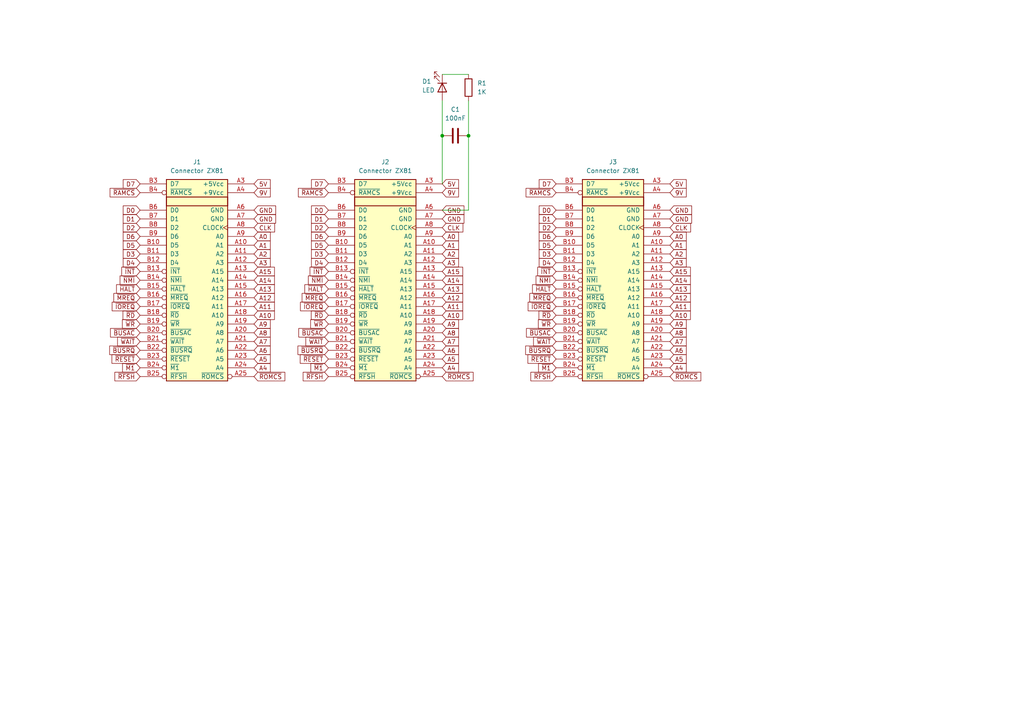
<source format=kicad_sch>
(kicad_sch (version 20231120) (generator "eeschema") (generator_version "8.0")
  (paper "A4")
  (lib_symbols
    (symbol "Device:C" (pin_numbers hide) (pin_names (offset 0.254))
      (property "Reference" "C" (at 0.635 2.54 0))
      (property "Value" "C" (at 0.635 -2.54 0))
      (symbol "C_0_1"
        (polyline (pts (xy -2.032 -0.762) (xy 2.032 -0.762)) (stroke (width 0.508)))
        (polyline (pts (xy -2.032 0.762) (xy 2.032 0.762)) (stroke (width 0.508)))
      )
      (symbol "C_1_1"
        (pin passive line (at 0 3.81 270) (length 2.794) (name "~") (number "1"))
        (pin passive line (at 0 -3.81 90) (length 2.794) (name "~") (number "2"))
      )
    )
    (symbol "Device:LED" (pin_numbers hide) (pin_names (offset 1.016) hide)
      (property "Reference" "D" (at 0 2.54 0))
      (property "Value" "LED" (at 0 -2.54 0))
      (symbol "LED_0_1"
        (polyline (pts (xy -1.27 -1.27) (xy -1.27 1.27)) (stroke (width 0.254)))
        (polyline (pts (xy -1.27 0) (xy 1.27 0)))
        (polyline (pts (xy 1.27 -1.27) (xy 1.27 1.27) (xy -1.27 0) (xy 1.27 -1.27)) (stroke (width 0.254)))
        (polyline (pts (xy -3.048 -0.762) (xy -4.572 -2.286) (xy -3.81 -2.286) (xy -4.572 -2.286) (xy -4.572 -1.524)))
        (polyline (pts (xy -1.778 -0.762) (xy -3.302 -2.286) (xy -2.54 -2.286) (xy -3.302 -2.286) (xy -3.302 -1.524)))
      )
      (symbol "LED_1_1"
        (pin passive line (at -3.81 0 0) (length 2.54) (name "K") (number "1"))
        (pin passive line (at 3.81 0 180) (length 2.54) (name "A") (number "2"))
      )
    )
    (symbol "Device:R" (pin_numbers hide) (pin_names (offset 0))
      (property "Reference" "R" (at 2.032 0 90))
      (property "Value" "R" (at 0 0 90))
      (symbol "R_0_1"
        (rectangle (start -1.016 -2.54) (end 1.016 2.54) (stroke (width 0.254)))
      )
      (symbol "R_1_1"
        (pin passive line (at 0 3.81 270) (length 1.27) (name "~") (number "1"))
        (pin passive line (at 0 -3.81 90) (length 1.27) (name "~") (number "2"))
      )
    )
    (symbol "ZXINFO_SYMBOL:Connector ZX81" (pin_names (offset 1.016))
      (property "Reference" "J" (at 1.27 36.83 0))
      (property "Value" "Connector ZX81" (at 1.27 -29.972 0))
      (symbol "Connector ZX81_1_1"
        (rectangle (start -8.89 25.4) (end 8.89 22.86) (stroke (width 0.254)))
        (rectangle (start -8.89 30.48) (end 8.89 -27.94) (stroke (width 0.254)) (fill (type background)))
        (pin bidirectional line (at 16.51 11.43 180) (length 7.62) (name "A1") (number "A10"))
        (pin bidirectional line (at 16.51 8.89 180) (length 7.62) (name "A2") (number "A11"))
        (pin bidirectional line (at 16.51 6.35 180) (length 7.62) (name "A3") (number "A12"))
        (pin bidirectional line (at 16.51 3.81 180) (length 7.62) (name "A15") (number "A13"))
        (pin bidirectional line (at 16.51 1.27 180) (length 7.62) (name "A14") (number "A14"))
        (pin bidirectional line (at 16.51 -1.27 180) (length 7.62) (name "A13") (number "A15"))
        (pin bidirectional line (at 16.51 -3.81 180) (length 7.62) (name "A12") (number "A16"))
        (pin bidirectional line (at 16.51 -6.35 180) (length 7.62) (name "A11") (number "A17"))
        (pin bidirectional line (at 16.51 -8.89 180) (length 7.62) (name "A10") (number "A18"))
        (pin bidirectional line (at 16.51 -11.43 180) (length 7.62) (name "A9") (number "A19"))
        (pin bidirectional line (at 16.51 -13.97 180) (length 7.62) (name "A8") (number "A20"))
        (pin bidirectional line (at 16.51 -16.51 180) (length 7.62) (name "A7") (number "A21"))
        (pin bidirectional line (at 16.51 -19.05 180) (length 7.62) (name "A6") (number "A22"))
        (pin bidirectional line (at 16.51 -21.59 180) (length 7.62) (name "A5") (number "A23"))
        (pin bidirectional line (at 16.51 -24.13 180) (length 7.62) (name "A4") (number "A24"))
        (pin bidirectional inverted (at 16.51 -26.67 180) (length 7.62) (name "~{ROMCS}") (number "A25"))
        (pin bidirectional line (at 16.51 29.21 180) (length 7.62) (name "+5Vcc") (number "A3"))
        (pin bidirectional line (at 16.51 26.67 180) (length 7.62) (name "+9Vcc") (number "A4"))
        (pin bidirectional line (at 16.51 21.59 180) (length 7.62) (name "GND") (number "A6"))
        (pin bidirectional line (at 16.51 19.05 180) (length 7.62) (name "GND") (number "A7"))
        (pin bidirectional clock (at 16.51 16.51 180) (length 7.62) (name "CLOCK") (number "A8"))
        (pin bidirectional line (at 16.51 13.97 180) (length 7.62) (name "A0") (number "A9"))
        (pin bidirectional line (at -16.51 11.43 0) (length 7.62) (name "D5") (number "B10"))
        (pin bidirectional line (at -16.51 8.89 0) (length 7.62) (name "D3") (number "B11"))
        (pin bidirectional line (at -16.51 6.35 0) (length 7.62) (name "D4") (number "B12"))
        (pin bidirectional inverted (at -16.51 3.81 0) (length 7.62) (name "~{INT}") (number "B13"))
        (pin bidirectional inverted (at -16.51 1.27 0) (length 7.62) (name "~{NMI}") (number "B14"))
        (pin bidirectional inverted (at -16.51 -1.27 0) (length 7.62) (name "~{HALT}") (number "B15"))
        (pin bidirectional inverted (at -16.51 -3.81 0) (length 7.62) (name "~{MREQ}") (number "B16"))
        (pin bidirectional inverted (at -16.51 -6.35 0) (length 7.62) (name "~{IOREQ}") (number "B17"))
        (pin bidirectional inverted (at -16.51 -8.89 0) (length 7.62) (name "~{RD}") (number "B18"))
        (pin bidirectional inverted (at -16.51 -11.43 0) (length 7.62) (name "~{WR}") (number "B19"))
        (pin bidirectional inverted (at -16.51 -13.97 0) (length 7.62) (name "~{BUSAC}") (number "B20"))
        (pin bidirectional inverted (at -16.51 -16.51 0) (length 7.62) (name "~{WAIT}") (number "B21"))
        (pin bidirectional inverted (at -16.51 -19.05 0) (length 7.62) (name "~{BUSRQ}") (number "B22"))
        (pin bidirectional inverted (at -16.51 -21.59 0) (length 7.62) (name "~{RESET}") (number "B23"))
        (pin bidirectional inverted (at -16.51 -24.13 0) (length 7.62) (name "~{M1}") (number "B24"))
        (pin bidirectional inverted (at -16.51 -26.67 0) (length 7.62) (name "~{RFSH}") (number "B25"))
        (pin bidirectional line (at -16.51 29.21 0) (length 7.62) (name "D7") (number "B3"))
        (pin bidirectional inverted (at -16.51 26.67 0) (length 7.62) (name "~{RAMCS}") (number "B4"))
        (pin bidirectional line (at -16.51 21.59 0) (length 7.62) (name "D0") (number "B6"))
        (pin bidirectional line (at -16.51 19.05 0) (length 7.62) (name "D1") (number "B7"))
        (pin bidirectional line (at -16.51 16.51 0) (length 7.62) (name "D2") (number "B8"))
        (pin bidirectional line (at -16.51 13.97 0) (length 7.62) (name "D6") (number "B9"))
      )
    )
  )
  (junction (at 135.89 39.37))
  (junction (at 128.27 39.37))
  (wire (pts (xy 128.27 60.96) (xy 135.89 60.96)))
  (wire (pts (xy 135.89 39.37) (xy 135.89 60.96)))
  (wire (pts (xy 128.27 39.37) (xy 128.27 53.34)))
  (wire (pts (xy 135.89 29.21) (xy 135.89 39.37)))
  (wire (pts (xy 128.27 39.37) (xy 128.27 29.21)))
  (wire (pts (xy 128.27 21.59) (xy 135.89 21.59)))
  (global_label "~{RAMCS}" (shape input) (at 95.25 55.88 180) (property "Intersheetrefs" "${INTERSHEET_REFS}" (effects (hide yes))))
  (global_label "~{ROMCS}" (shape input) (at 194.31 109.22 0) (property "Intersheetrefs" "${INTERSHEET_REFS}" (effects (hide yes))))
  (global_label "A12" (shape input) (at 73.66 86.36 0) (property "Intersheetrefs" "${INTERSHEET_REFS}" (effects (hide yes))))
  (global_label "A9" (shape input) (at 194.31 93.98 0) (property "Intersheetrefs" "${INTERSHEET_REFS}" (effects (hide yes))))
  (global_label "A15" (shape input) (at 194.31 78.74 0) (property "Intersheetrefs" "${INTERSHEET_REFS}" (effects (hide yes))))
  (global_label "A0" (shape input) (at 128.27 68.58 0) (property "Intersheetrefs" "${INTERSHEET_REFS}" (effects (hide yes))))
  (global_label "A11" (shape input) (at 194.31 88.9 0) (property "Intersheetrefs" "${INTERSHEET_REFS}" (effects (hide yes))))
  (global_label "A12" (shape input) (at 194.31 86.36 0) (property "Intersheetrefs" "${INTERSHEET_REFS}" (effects (hide yes))))
  (global_label "D5" (shape input) (at 40.64 71.12 180) (property "Intersheetrefs" "${INTERSHEET_REFS}" (effects (hide yes))))
  (global_label "A2" (shape input) (at 194.31 73.66 0) (property "Intersheetrefs" "${INTERSHEET_REFS}" (effects (hide yes))))
  (global_label "D1" (shape input) (at 95.25 63.5 180) (property "Intersheetrefs" "${INTERSHEET_REFS}" (effects (hide yes))))
  (global_label "D1" (shape input) (at 40.64 63.5 180) (property "Intersheetrefs" "${INTERSHEET_REFS}" (effects (hide yes))))
  (global_label "~{ROMCS}" (shape input) (at 73.66 109.22 0) (property "Intersheetrefs" "${INTERSHEET_REFS}" (effects (hide yes))))
  (global_label "A10" (shape input) (at 73.66 91.44 0) (property "Intersheetrefs" "${INTERSHEET_REFS}" (effects (hide yes))))
  (global_label "~{M1}" (shape input) (at 95.25 106.68 180) (property "Intersheetrefs" "${INTERSHEET_REFS}" (effects (hide yes))))
  (global_label "A4" (shape input) (at 73.66 106.68 0) (property "Intersheetrefs" "${INTERSHEET_REFS}" (effects (hide yes))))
  (global_label "GND" (shape input) (at 73.66 63.5 0) (property "Intersheetrefs" "${INTERSHEET_REFS}" (effects (hide yes))))
  (global_label "~{RAMCS}" (shape input) (at 40.64 55.88 180) (property "Intersheetrefs" "${INTERSHEET_REFS}" (effects (hide yes))))
  (global_label "A10" (shape input) (at 194.31 91.44 0) (property "Intersheetrefs" "${INTERSHEET_REFS}" (effects (hide yes))))
  (global_label "D1" (shape input) (at 161.29 63.5 180) (property "Intersheetrefs" "${INTERSHEET_REFS}" (effects (hide yes))))
  (global_label "~{WR}" (shape input) (at 95.25 93.98 180) (property "Intersheetrefs" "${INTERSHEET_REFS}" (effects (hide yes))))
  (global_label "CLK" (shape input) (at 128.27 66.04 0) (property "Intersheetrefs" "${INTERSHEET_REFS}" (effects (hide yes))))
  (global_label "A5" (shape input) (at 73.66 104.14 0) (property "Intersheetrefs" "${INTERSHEET_REFS}" (effects (hide yes))))
  (global_label "~{INT}" (shape input) (at 161.29 78.74 180) (property "Intersheetrefs" "${INTERSHEET_REFS}" (effects (hide yes))))
  (global_label "D7" (shape input) (at 95.25 53.34 180) (property "Intersheetrefs" "${INTERSHEET_REFS}" (effects (hide yes))))
  (global_label "A8" (shape input) (at 194.31 96.52 0) (property "Intersheetrefs" "${INTERSHEET_REFS}" (effects (hide yes))))
  (global_label "~{BUSRQ}" (shape input) (at 40.64 101.6 180) (property "Intersheetrefs" "${INTERSHEET_REFS}" (effects (hide yes))))
  (global_label "5V" (shape input) (at 194.31 53.34 0) (property "Intersheetrefs" "${INTERSHEET_REFS}" (effects (hide yes))))
  (global_label "~{RFSH}" (shape input) (at 95.25 109.22 180) (property "Intersheetrefs" "${INTERSHEET_REFS}" (effects (hide yes))))
  (global_label "D0" (shape input) (at 95.25 60.96 180) (property "Intersheetrefs" "${INTERSHEET_REFS}" (effects (hide yes))))
  (global_label "A15" (shape input) (at 73.66 78.74 0) (property "Intersheetrefs" "${INTERSHEET_REFS}" (effects (hide yes))))
  (global_label "~{INT}" (shape input) (at 95.25 78.74 180) (property "Intersheetrefs" "${INTERSHEET_REFS}" (effects (hide yes))))
  (global_label "A13" (shape input) (at 73.66 83.82 0) (property "Intersheetrefs" "${INTERSHEET_REFS}" (effects (hide yes))))
  (global_label "D0" (shape input) (at 161.29 60.96 180) (property "Intersheetrefs" "${INTERSHEET_REFS}" (effects (hide yes))))
  (global_label "A4" (shape input) (at 128.27 106.68 0) (property "Intersheetrefs" "${INTERSHEET_REFS}" (effects (hide yes))))
  (global_label "~{BUSAC}" (shape input) (at 40.64 96.52 180) (property "Intersheetrefs" "${INTERSHEET_REFS}" (effects (hide yes))))
  (global_label "GND" (shape input) (at 194.31 60.96 0) (property "Intersheetrefs" "${INTERSHEET_REFS}" (effects (hide yes))))
  (global_label "~{M1}" (shape input) (at 161.29 106.68 180) (property "Intersheetrefs" "${INTERSHEET_REFS}" (effects (hide yes))))
  (global_label "~{WR}" (shape input) (at 40.64 93.98 180) (property "Intersheetrefs" "${INTERSHEET_REFS}" (effects (hide yes))))
  (global_label "~{NMI}" (shape input) (at 161.29 81.28 180) (property "Intersheetrefs" "${INTERSHEET_REFS}" (effects (hide yes))))
  (global_label "A9" (shape input) (at 73.66 93.98 0) (property "Intersheetrefs" "${INTERSHEET_REFS}" (effects (hide yes))))
  (global_label "A0" (shape input) (at 73.66 68.58 0) (property "Intersheetrefs" "${INTERSHEET_REFS}" (effects (hide yes))))
  (global_label "~{RESET}" (shape input) (at 161.29 104.14 180) (property "Intersheetrefs" "${INTERSHEET_REFS}" (effects (hide yes))))
  (global_label "~{MREQ}" (shape input) (at 40.64 86.36 180) (property "Intersheetrefs" "${INTERSHEET_REFS}" (effects (hide yes))))
  (global_label "A15" (shape input) (at 128.27 78.74 0) (property "Intersheetrefs" "${INTERSHEET_REFS}" (effects (hide yes))))
  (global_label "GND" (shape input) (at 128.27 60.96 0) (property "Intersheetrefs" "${INTERSHEET_REFS}" (effects (hide yes))))
  (global_label "9V" (shape input) (at 73.66 55.88 0) (property "Intersheetrefs" "${INTERSHEET_REFS}" (effects (hide yes))))
  (global_label "A12" (shape input) (at 128.27 86.36 0) (property "Intersheetrefs" "${INTERSHEET_REFS}" (effects (hide yes))))
  (global_label "A2" (shape input) (at 73.66 73.66 0) (property "Intersheetrefs" "${INTERSHEET_REFS}" (effects (hide yes))))
  (global_label "A4" (shape input) (at 194.31 106.68 0) (property "Intersheetrefs" "${INTERSHEET_REFS}" (effects (hide yes))))
  (global_label "A10" (shape input) (at 128.27 91.44 0) (property "Intersheetrefs" "${INTERSHEET_REFS}" (effects (hide yes))))
  (global_label "9V" (shape input) (at 128.27 55.88 0) (property "Intersheetrefs" "${INTERSHEET_REFS}" (effects (hide yes))))
  (global_label "A0" (shape input) (at 194.31 68.58 0) (property "Intersheetrefs" "${INTERSHEET_REFS}" (effects (hide yes))))
  (global_label "~{HALT}" (shape input) (at 40.64 83.82 180) (property "Intersheetrefs" "${INTERSHEET_REFS}" (effects (hide yes))))
  (global_label "D5" (shape input) (at 95.25 71.12 180) (property "Intersheetrefs" "${INTERSHEET_REFS}" (effects (hide yes))))
  (global_label "D4" (shape input) (at 95.25 76.2 180) (property "Intersheetrefs" "${INTERSHEET_REFS}" (effects (hide yes))))
  (global_label "A13" (shape input) (at 194.31 83.82 0) (property "Intersheetrefs" "${INTERSHEET_REFS}" (effects (hide yes))))
  (global_label "D3" (shape input) (at 40.64 73.66 180) (property "Intersheetrefs" "${INTERSHEET_REFS}" (effects (hide yes))))
  (global_label "A14" (shape input) (at 128.27 81.28 0) (property "Intersheetrefs" "${INTERSHEET_REFS}" (effects (hide yes))))
  (global_label "~{BUSRQ}" (shape input) (at 161.29 101.6 180) (property "Intersheetrefs" "${INTERSHEET_REFS}" (effects (hide yes))))
  (global_label "A9" (shape input) (at 128.27 93.98 0) (property "Intersheetrefs" "${INTERSHEET_REFS}" (effects (hide yes))))
  (global_label "9V" (shape input) (at 194.31 55.88 0) (property "Intersheetrefs" "${INTERSHEET_REFS}" (effects (hide yes))))
  (global_label "D7" (shape input) (at 161.29 53.34 180) (property "Intersheetrefs" "${INTERSHEET_REFS}" (effects (hide yes))))
  (global_label "A2" (shape input) (at 128.27 73.66 0) (property "Intersheetrefs" "${INTERSHEET_REFS}" (effects (hide yes))))
  (global_label "D0" (shape input) (at 40.64 60.96 180) (property "Intersheetrefs" "${INTERSHEET_REFS}" (effects (hide yes))))
  (global_label "CLK" (shape input) (at 73.66 66.04 0) (property "Intersheetrefs" "${INTERSHEET_REFS}" (effects (hide yes))))
  (global_label "A8" (shape input) (at 73.66 96.52 0) (property "Intersheetrefs" "${INTERSHEET_REFS}" (effects (hide yes))))
  (global_label "D3" (shape input) (at 95.25 73.66 180) (property "Intersheetrefs" "${INTERSHEET_REFS}" (effects (hide yes))))
  (global_label "~{RD}" (shape input) (at 95.25 91.44 180) (property "Intersheetrefs" "${INTERSHEET_REFS}" (effects (hide yes))))
  (global_label "~{BUSAC}" (shape input) (at 161.29 96.52 180) (property "Intersheetrefs" "${INTERSHEET_REFS}" (effects (hide yes))))
  (global_label "~{RESET}" (shape input) (at 95.25 104.14 180) (property "Intersheetrefs" "${INTERSHEET_REFS}" (effects (hide yes))))
  (global_label "~{RFSH}" (shape input) (at 40.64 109.22 180) (property "Intersheetrefs" "${INTERSHEET_REFS}" (effects (hide yes))))
  (global_label "A7" (shape input) (at 128.27 99.06 0) (property "Intersheetrefs" "${INTERSHEET_REFS}" (effects (hide yes))))
  (global_label "A14" (shape input) (at 73.66 81.28 0) (property "Intersheetrefs" "${INTERSHEET_REFS}" (effects (hide yes))))
  (global_label "D4" (shape input) (at 40.64 76.2 180) (property "Intersheetrefs" "${INTERSHEET_REFS}" (effects (hide yes))))
  (global_label "~{WAIT}" (shape input) (at 95.25 99.06 180) (property "Intersheetrefs" "${INTERSHEET_REFS}" (effects (hide yes))))
  (global_label "A3" (shape input) (at 128.27 76.2 0) (property "Intersheetrefs" "${INTERSHEET_REFS}" (effects (hide yes))))
  (global_label "A14" (shape input) (at 194.31 81.28 0) (property "Intersheetrefs" "${INTERSHEET_REFS}" (effects (hide yes))))
  (global_label "~{RAMCS}" (shape input) (at 161.29 55.88 180) (property "Intersheetrefs" "${INTERSHEET_REFS}" (effects (hide yes))))
  (global_label "~{RD}" (shape input) (at 161.29 91.44 180) (property "Intersheetrefs" "${INTERSHEET_REFS}" (effects (hide yes))))
  (global_label "5V" (shape input) (at 128.27 53.34 0) (property "Intersheetrefs" "${INTERSHEET_REFS}" (effects (hide yes))))
  (global_label "GND" (shape input) (at 194.31 63.5 0) (property "Intersheetrefs" "${INTERSHEET_REFS}" (effects (hide yes))))
  (global_label "D3" (shape input) (at 161.29 73.66 180) (property "Intersheetrefs" "${INTERSHEET_REFS}" (effects (hide yes))))
  (global_label "GND" (shape input) (at 128.27 63.5 0) (property "Intersheetrefs" "${INTERSHEET_REFS}" (effects (hide yes))))
  (global_label "~{RFSH}" (shape input) (at 161.29 109.22 180) (property "Intersheetrefs" "${INTERSHEET_REFS}" (effects (hide yes))))
  (global_label "~{RD}" (shape input) (at 40.64 91.44 180) (property "Intersheetrefs" "${INTERSHEET_REFS}" (effects (hide yes))))
  (global_label "~{NMI}" (shape input) (at 95.25 81.28 180) (property "Intersheetrefs" "${INTERSHEET_REFS}" (effects (hide yes))))
  (global_label "~{HALT}" (shape input) (at 161.29 83.82 180) (property "Intersheetrefs" "${INTERSHEET_REFS}" (effects (hide yes))))
  (global_label "D5" (shape input) (at 161.29 71.12 180) (property "Intersheetrefs" "${INTERSHEET_REFS}" (effects (hide yes))))
  (global_label "~{WAIT}" (shape input) (at 40.64 99.06 180) (property "Intersheetrefs" "${INTERSHEET_REFS}" (effects (hide yes))))
  (global_label "A5" (shape input) (at 128.27 104.14 0) (property "Intersheetrefs" "${INTERSHEET_REFS}" (effects (hide yes))))
  (global_label "CLK" (shape input) (at 194.31 66.04 0) (property "Intersheetrefs" "${INTERSHEET_REFS}" (effects (hide yes))))
  (global_label "~{MREQ}" (shape input) (at 161.29 86.36 180) (property "Intersheetrefs" "${INTERSHEET_REFS}" (effects (hide yes))))
  (global_label "A1" (shape input) (at 128.27 71.12 0) (property "Intersheetrefs" "${INTERSHEET_REFS}" (effects (hide yes))))
  (global_label "~{WAIT}" (shape input) (at 161.29 99.06 180) (property "Intersheetrefs" "${INTERSHEET_REFS}" (effects (hide yes))))
  (global_label "~{BUSRQ}" (shape input) (at 95.25 101.6 180) (property "Intersheetrefs" "${INTERSHEET_REFS}" (effects (hide yes))))
  (global_label "~{IOREQ}" (shape input) (at 95.25 88.9 180) (property "Intersheetrefs" "${INTERSHEET_REFS}" (effects (hide yes))))
  (global_label "~{BUSAC}" (shape input) (at 95.25 96.52 180) (property "Intersheetrefs" "${INTERSHEET_REFS}" (effects (hide yes))))
  (global_label "D6" (shape input) (at 95.25 68.58 180) (property "Intersheetrefs" "${INTERSHEET_REFS}" (effects (hide yes))))
  (global_label "A6" (shape input) (at 194.31 101.6 0) (property "Intersheetrefs" "${INTERSHEET_REFS}" (effects (hide yes))))
  (global_label "~{WR}" (shape input) (at 161.29 93.98 180) (property "Intersheetrefs" "${INTERSHEET_REFS}" (effects (hide yes))))
  (global_label "D7" (shape input) (at 40.64 53.34 180) (property "Intersheetrefs" "${INTERSHEET_REFS}" (effects (hide yes))))
  (global_label "D6" (shape input) (at 40.64 68.58 180) (property "Intersheetrefs" "${INTERSHEET_REFS}" (effects (hide yes))))
  (global_label "~{NMI}" (shape input) (at 40.64 81.28 180) (property "Intersheetrefs" "${INTERSHEET_REFS}" (effects (hide yes))))
  (global_label "5V" (shape input) (at 73.66 53.34 0) (property "Intersheetrefs" "${INTERSHEET_REFS}" (effects (hide yes))))
  (global_label "D2" (shape input) (at 161.29 66.04 180) (property "Intersheetrefs" "${INTERSHEET_REFS}" (effects (hide yes))))
  (global_label "D2" (shape input) (at 95.25 66.04 180) (property "Intersheetrefs" "${INTERSHEET_REFS}" (effects (hide yes))))
  (global_label "A11" (shape input) (at 73.66 88.9 0) (property "Intersheetrefs" "${INTERSHEET_REFS}" (effects (hide yes))))
  (global_label "~{INT}" (shape input) (at 40.64 78.74 180) (property "Intersheetrefs" "${INTERSHEET_REFS}" (effects (hide yes))))
  (global_label "A13" (shape input) (at 128.27 83.82 0) (property "Intersheetrefs" "${INTERSHEET_REFS}" (effects (hide yes))))
  (global_label "A3" (shape input) (at 194.31 76.2 0) (property "Intersheetrefs" "${INTERSHEET_REFS}" (effects (hide yes))))
  (global_label "D4" (shape input) (at 161.29 76.2 180) (property "Intersheetrefs" "${INTERSHEET_REFS}" (effects (hide yes))))
  (global_label "~{IOREQ}" (shape input) (at 161.29 88.9 180) (property "Intersheetrefs" "${INTERSHEET_REFS}" (effects (hide yes))))
  (global_label "A6" (shape input) (at 73.66 101.6 0) (property "Intersheetrefs" "${INTERSHEET_REFS}" (effects (hide yes))))
  (global_label "~{RESET}" (shape input) (at 40.64 104.14 180) (property "Intersheetrefs" "${INTERSHEET_REFS}" (effects (hide yes))))
  (global_label "A1" (shape input) (at 194.31 71.12 0) (property "Intersheetrefs" "${INTERSHEET_REFS}" (effects (hide yes))))
  (global_label "D2" (shape input) (at 40.64 66.04 180) (property "Intersheetrefs" "${INTERSHEET_REFS}" (effects (hide yes))))
  (global_label "~{ROMCS}" (shape input) (at 128.27 109.22 0) (property "Intersheetrefs" "${INTERSHEET_REFS}" (effects (hide yes))))
  (global_label "A3" (shape input) (at 73.66 76.2 0) (property "Intersheetrefs" "${INTERSHEET_REFS}" (effects (hide yes))))
  (global_label "A8" (shape input) (at 128.27 96.52 0) (property "Intersheetrefs" "${INTERSHEET_REFS}" (effects (hide yes))))
  (global_label "GND" (shape input) (at 73.66 60.96 0) (property "Intersheetrefs" "${INTERSHEET_REFS}" (effects (hide yes))))
  (global_label "A5" (shape input) (at 194.31 104.14 0) (property "Intersheetrefs" "${INTERSHEET_REFS}" (effects (hide yes))))
  (global_label "~{M1}" (shape input) (at 40.64 106.68 180) (property "Intersheetrefs" "${INTERSHEET_REFS}" (effects (hide yes))))
  (global_label "A6" (shape input) (at 128.27 101.6 0) (property "Intersheetrefs" "${INTERSHEET_REFS}" (effects (hide yes))))
  (global_label "~{IOREQ}" (shape input) (at 40.64 88.9 180) (property "Intersheetrefs" "${INTERSHEET_REFS}" (effects (hide yes))))
  (global_label "A7" (shape input) (at 194.31 99.06 0) (property "Intersheetrefs" "${INTERSHEET_REFS}" (effects (hide yes))))
  (global_label "A7" (shape input) (at 73.66 99.06 0) (property "Intersheetrefs" "${INTERSHEET_REFS}" (effects (hide yes))))
  (global_label "A11" (shape input) (at 128.27 88.9 0) (property "Intersheetrefs" "${INTERSHEET_REFS}" (effects (hide yes))))
  (global_label "D6" (shape input) (at 161.29 68.58 180) (property "Intersheetrefs" "${INTERSHEET_REFS}" (effects (hide yes))))
  (global_label "~{MREQ}" (shape input) (at 95.25 86.36 180) (property "Intersheetrefs" "${INTERSHEET_REFS}" (effects (hide yes))))
  (global_label "~{HALT}" (shape input) (at 95.25 83.82 180) (property "Intersheetrefs" "${INTERSHEET_REFS}" (effects (hide yes))))
  (global_label "A1" (shape input) (at 73.66 71.12 0) (property "Intersheetrefs" "${INTERSHEET_REFS}" (effects (hide yes))))
  (symbol (lib_id "Device:R") (at 135.89 25.4 0) (unit 1)
    (property "Reference" "R1" (at 138.43 24.1299 0) (effects (justify left)))
    (property "Value" "1K" (at 138.43 26.6699 0) (effects (justify left)))
    (property "Footprint" "Resistor_SMD:R_1206_3216Metric_Pad1.30x1.75mm_HandSolder" (effects (hide yes)))
    (property "Description" "Resistor" (effects (hide yes)))
  )
  (symbol (lib_id "Device:LED") (at 128.27 25.4 270) (unit 1)
    (property "Reference" "D1" (at 122.428 23.622 90) (effects (justify left)))
    (property "Value" "LED" (at 122.428 26.162 90) (effects (justify left)))
    (property "Footprint" "LED_SMD:LED_1206_3216Metric_Pad1.42x1.75mm_HandSolder" (effects (hide yes)))
    (property "Description" "Light emitting diode" (effects (hide yes)))
  )
  (symbol (lib_id "ZXINFO_SYMBOL:Connector ZX81") (at 57.15 82.55 0) (unit 1)
    (property "Reference" "J1" (at 57.15 46.99 0))
    (property "Value" "Connector ZX81" (at 57.15 49.53 0))
    (property "Footprint" "ZXINFO_FOOTPRINT:EDGE ZX81 BOTTOM" (effects (hide yes)))
  )
  (symbol (lib_id "ZXINFO_SYMBOL:Connector ZX81") (at 111.76 82.55 0) (unit 1)
    (property "Reference" "J2" (at 111.76 46.99 0))
    (property "Value" "Connector ZX81" (at 111.76 49.53 0))
    (property "Footprint" "ZXINFO_FOOTPRINT:EDGE ZX81 90" (effects (hide yes)))
  )
  (symbol (lib_id "ZXINFO_SYMBOL:Connector ZX81") (at 177.8 82.55 0) (unit 1)
    (property "Reference" "J3" (at 177.8 46.99 0))
    (property "Value" "Connector ZX81" (at 177.8 49.53 0))
    (property "Footprint" "ZXINFO_FOOTPRINT:EDGE ZX81 TOP" (effects (hide yes)))
  )
  (symbol (lib_id "Device:C") (at 132.08 39.37 90) (unit 1)
    (property "Reference" "C1" (at 132.08 31.75 90))
    (property "Value" "100nF" (at 132.08 34.29 90))
    (property "Footprint" "Capacitor_SMD:C_1206_3216Metric_Pad1.33x1.80mm_HandSolder" (effects (hide yes)))
    (property "Description" "Unpolarized capacitor" (effects (hide yes)))
  )
)
</source>
